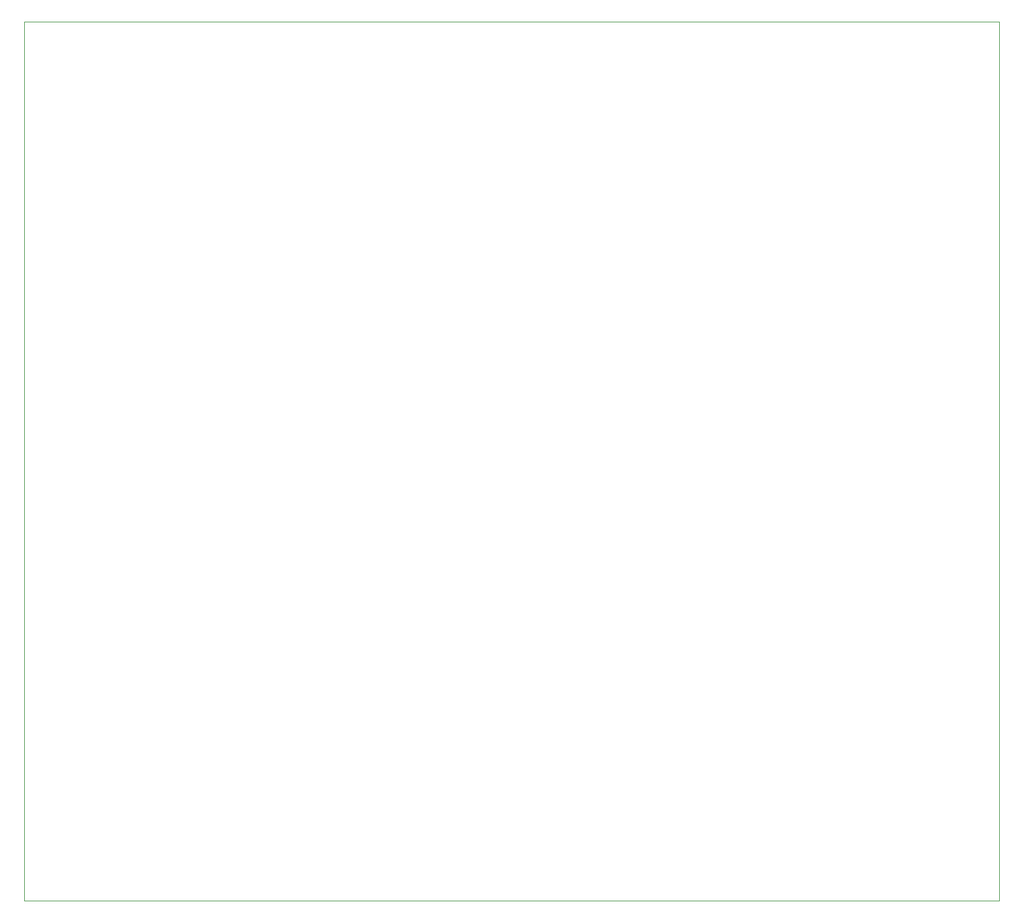
<source format=gbr>
%TF.GenerationSoftware,Altium Limited,Altium Designer,22.4.2 (48)*%
G04 Layer_Color=0*
%FSLAX45Y45*%
%MOMM*%
%TF.SameCoordinates,33709DFB-A149-439E-BA6C-A4EA3245395A*%
%TF.FilePolarity,Positive*%
%TF.FileFunction,Profile,NP*%
%TF.Part,Single*%
G01*
G75*
%TA.AperFunction,Profile*%
%ADD51C,0.02540*%
D51*
X13300000D01*
Y11999999D01*
X0Y11999999D01*
Y0D01*
%TF.MD5,a3cd37ad514b756df82913bc3f8a4fb5*%
M02*

</source>
